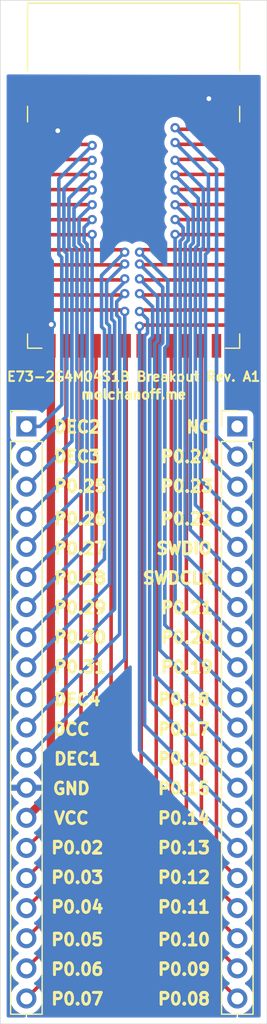
<source format=kicad_pcb>
(kicad_pcb (version 20171130) (host pcbnew "(5.1.5-0-10_14)")

  (general
    (thickness 1.6)
    (drawings 46)
    (tracks 238)
    (zones 0)
    (modules 3)
    (nets 41)
  )

  (page A4)
  (title_block
    (title "E73-2G4M04S1B Breakout")
    (date 2020-04-30)
    (rev A1)
    (company molchanoff.me)
  )

  (layers
    (0 F.Cu signal hide)
    (31 B.Cu signal hide)
    (32 B.Adhes user)
    (33 F.Adhes user)
    (34 B.Paste user)
    (35 F.Paste user)
    (36 B.SilkS user)
    (37 F.SilkS user)
    (38 B.Mask user)
    (39 F.Mask user)
    (40 Dwgs.User user)
    (41 Cmts.User user)
    (42 Eco1.User user)
    (43 Eco2.User user)
    (44 Edge.Cuts user)
    (45 Margin user)
    (46 B.CrtYd user)
    (47 F.CrtYd user)
    (48 B.Fab user)
    (49 F.Fab user)
  )

  (setup
    (last_trace_width 0.127)
    (user_trace_width 0.3)
    (user_trace_width 0.7)
    (trace_clearance 0.127)
    (zone_clearance 0.508)
    (zone_45_only no)
    (trace_min 0.127)
    (via_size 0.8)
    (via_drill 0.4)
    (via_min_size 0.45)
    (via_min_drill 0.2)
    (uvia_size 0.3)
    (uvia_drill 0.1)
    (uvias_allowed no)
    (uvia_min_size 0.2)
    (uvia_min_drill 0.1)
    (edge_width 0.05)
    (segment_width 0.2)
    (pcb_text_width 0.3)
    (pcb_text_size 1.5 1.5)
    (mod_edge_width 0.12)
    (mod_text_size 1 1)
    (mod_text_width 0.15)
    (pad_size 1.524 1.524)
    (pad_drill 0.762)
    (pad_to_mask_clearance 0.051)
    (solder_mask_min_width 0.25)
    (aux_axis_origin 0 0)
    (visible_elements FFFFFF7F)
    (pcbplotparams
      (layerselection 0x010fc_ffffffff)
      (usegerberextensions false)
      (usegerberattributes false)
      (usegerberadvancedattributes false)
      (creategerberjobfile false)
      (excludeedgelayer true)
      (linewidth 0.100000)
      (plotframeref false)
      (viasonmask false)
      (mode 1)
      (useauxorigin false)
      (hpglpennumber 1)
      (hpglpenspeed 20)
      (hpglpendiameter 15.000000)
      (psnegative false)
      (psa4output false)
      (plotreference true)
      (plotvalue true)
      (plotinvisibletext false)
      (padsonsilk false)
      (subtractmaskfromsilk false)
      (outputformat 1)
      (mirror false)
      (drillshape 1)
      (scaleselection 1)
      (outputdirectory ""))
  )

  (net 0 "")
  (net 1 P0.07)
  (net 2 P0.06)
  (net 3 P0.05)
  (net 4 P0.04)
  (net 5 P0.03)
  (net 6 P0.02)
  (net 7 VCC)
  (net 8 GND)
  (net 9 DEC1)
  (net 10 DCC)
  (net 11 DEC4)
  (net 12 P0.31)
  (net 13 P0.30)
  (net 14 P0.29)
  (net 15 P0.28)
  (net 16 P0.27)
  (net 17 P0.26)
  (net 18 P0.25)
  (net 19 DEC3)
  (net 20 DEC2)
  (net 21 "Net-(J2-Pad1)")
  (net 22 P0.24)
  (net 23 P0.23)
  (net 24 P0.22)
  (net 25 SWDIO)
  (net 26 SWDCLK)
  (net 27 P0.21)
  (net 28 P0.20)
  (net 29 P0.19)
  (net 30 P0.18)
  (net 31 P0.17)
  (net 32 P0.16)
  (net 33 P0.15)
  (net 34 P0.14)
  (net 35 P0.13)
  (net 36 P0.12)
  (net 37 P0.11)
  (net 38 P0.10)
  (net 39 P0.09)
  (net 40 P0.08)

  (net_class Default "This is the default net class."
    (clearance 0.127)
    (trace_width 0.127)
    (via_dia 0.8)
    (via_drill 0.4)
    (uvia_dia 0.3)
    (uvia_drill 0.1)
    (diff_pair_width 0.3)
    (diff_pair_gap 0.3)
    (add_net DCC)
    (add_net DEC1)
    (add_net DEC2)
    (add_net DEC3)
    (add_net DEC4)
    (add_net GND)
    (add_net "Net-(J2-Pad1)")
    (add_net P0.02)
    (add_net P0.03)
    (add_net P0.04)
    (add_net P0.05)
    (add_net P0.06)
    (add_net P0.07)
    (add_net P0.08)
    (add_net P0.09)
    (add_net P0.10)
    (add_net P0.11)
    (add_net P0.12)
    (add_net P0.13)
    (add_net P0.14)
    (add_net P0.15)
    (add_net P0.16)
    (add_net P0.17)
    (add_net P0.18)
    (add_net P0.19)
    (add_net P0.20)
    (add_net P0.21)
    (add_net P0.22)
    (add_net P0.23)
    (add_net P0.24)
    (add_net P0.25)
    (add_net P0.26)
    (add_net P0.27)
    (add_net P0.28)
    (add_net P0.29)
    (add_net P0.30)
    (add_net P0.31)
    (add_net SWDCLK)
    (add_net SWDIO)
    (add_net VCC)
  )

  (net_class Power ""
    (clearance 0.127)
    (trace_width 0.7)
    (via_dia 0.8)
    (via_drill 0.4)
    (uvia_dia 0.3)
    (uvia_drill 0.1)
    (diff_pair_width 0.3)
    (diff_pair_gap 0.3)
  )

  (module Ebyte:E73-2G4M04S1B (layer F.Cu) (tedit 5EAA3F3B) (tstamp 5EAAAA64)
    (at 152.8 73.9)
    (path /5EAA0DFE)
    (fp_text reference U1 (at 0 17) (layer F.SilkS) hide
      (effects (font (size 1 1) (thickness 0.15)))
    )
    (fp_text value E73-2G4M04S1B (at 0.1 -16.3) (layer F.Fab)
      (effects (font (size 1 1) (thickness 0.15)))
    )
    (fp_line (start 8.7 14) (end -8.8 14) (layer F.Fab) (width 0.15))
    (fp_line (start 8.7 -14.7) (end 8.7 14) (layer F.Fab) (width 0.15))
    (fp_line (start -8.8 -14.7) (end 8.7 -14.7) (layer F.Fab) (width 0.15))
    (fp_line (start -8.8 14) (end -8.8 -14.7) (layer F.Fab) (width 0.15))
    (fp_line (start -10.3 15.5) (end 10.2 15.5) (layer F.CrtYd) (width 0.12))
    (fp_line (start 10.2 -15.1) (end -10.3 -15.1) (layer F.CrtYd) (width 0.12))
    (fp_line (start -10.3 -15.1) (end -10.3 15.5) (layer F.CrtYd) (width 0.12))
    (fp_line (start 10.2 -15.1) (end 10.2 15.5) (layer F.CrtYd) (width 0.12))
    (fp_line (start -8.8 -9.2) (end 8.7 -9.2) (layer Dwgs.User) (width 0.12))
    (fp_line (start 8.7 -9.2) (end 8.7 -14.7) (layer Dwgs.User) (width 0.12))
    (fp_line (start 8.7 -14.7) (end -8.8 -14.7) (layer Dwgs.User) (width 0.12))
    (fp_line (start -8.8 -14.7) (end -8.8 -9.2) (layer Dwgs.User) (width 0.12))
    (fp_text user "KEEP OUT" (at 0.4 -13) (layer Cmts.User)
      (effects (font (size 1 1) (thickness 0.15)))
    )
    (fp_text user "No metal, traces, or components on any PCB layer" (at 0.1 -11) (layer Cmts.User)
      (effects (font (size 0.4 0.4) (thickness 0.1)))
    )
    (fp_line (start 7 -14.7) (end 8.7 -13) (layer Dwgs.User) (width 0.12))
    (fp_line (start 5.7 -14.7) (end 8.7 -11.7) (layer Dwgs.User) (width 0.12))
    (fp_line (start 4.2 -14.7) (end 8.7 -10.2) (layer Dwgs.User) (width 0.12))
    (fp_line (start 2.7 -14.7) (end 8.2 -9.2) (layer Dwgs.User) (width 0.12))
    (fp_line (start 1.2 -14.7) (end 6.7 -9.2) (layer Dwgs.User) (width 0.12))
    (fp_line (start -0.3 -14.7) (end 5.2 -9.2) (layer Dwgs.User) (width 0.12))
    (fp_line (start -1.8 -14.7) (end 3.7 -9.2) (layer Dwgs.User) (width 0.12))
    (fp_line (start -3.3 -14.7) (end 2.2 -9.2) (layer Dwgs.User) (width 0.12))
    (fp_line (start -4.8 -14.7) (end 0.7 -9.2) (layer Dwgs.User) (width 0.12))
    (fp_line (start -6.3 -14.7) (end -0.8 -9.2) (layer Dwgs.User) (width 0.12))
    (fp_line (start -7.8 -14.7) (end -2.3 -9.2) (layer Dwgs.User) (width 0.12))
    (fp_line (start -8.8 -14.2) (end -3.8 -9.2) (layer Dwgs.User) (width 0.12))
    (fp_line (start -8.8 -12.7) (end -5.3 -9.2) (layer Dwgs.User) (width 0.12))
    (fp_line (start -8.8 -11.2) (end -6.8 -9.2) (layer Dwgs.User) (width 0.12))
    (fp_line (start -8.8 -9.7) (end -8.3 -9.2) (layer Dwgs.User) (width 0.12))
    (fp_line (start -9 14.2) (end -9 13) (layer F.SilkS) (width 0.12))
    (fp_line (start -9 14.2) (end -7.8 14.2) (layer F.SilkS) (width 0.12))
    (fp_line (start 8.9 14.2) (end 8.9 13) (layer F.SilkS) (width 0.12))
    (fp_line (start 8.9 14.2) (end 7.7 14.2) (layer F.SilkS) (width 0.12))
    (fp_line (start 8.9 -6.2) (end 8.9 -4.9) (layer F.SilkS) (width 0.12))
    (fp_line (start -9 -6.2) (end -9 -4.9) (layer F.SilkS) (width 0.12))
    (fp_line (start -9 -9.2) (end -9 -14.9) (layer F.SilkS) (width 0.12))
    (fp_line (start -9 -14.9) (end 8.9 -14.9) (layer F.SilkS) (width 0.12))
    (fp_line (start 8.9 -14.9) (end 8.9 -9.2) (layer F.SilkS) (width 0.12))
    (pad 40 smd rect (at 8.7 -1.73) (size 2 0.8) (layers F.Cu F.Paste F.Mask)
      (net 24 P0.22))
    (pad 39 smd rect (at 8.7 -0.46) (size 2 0.8) (layers F.Cu F.Paste F.Mask)
      (net 25 SWDIO))
    (pad 41 smd rect (at 8.7 -3) (size 2 0.8) (layers F.Cu F.Paste F.Mask)
      (net 23 P0.23))
    (pad 42 smd rect (at 8.7 -4.27) (size 2 0.8) (layers F.Cu F.Paste F.Mask)
      (net 22 P0.24))
    (pad 43 smd rect (at 8.7 -6.81) (size 2 0.8) (layers F.Cu F.Paste F.Mask)
      (net 8 GND))
    (pad 44 smd rect (at 8.7 -8.07) (size 2 0.8) (layers F.Cu F.Paste F.Mask)
      (net 8 GND))
    (pad 32 smd rect (at 8.7 8.44) (size 2 0.8) (layers F.Cu F.Paste F.Mask)
      (net 32 P0.16))
    (pad 31 smd rect (at 8.7 9.71) (size 2 0.8) (layers F.Cu F.Paste F.Mask)
      (net 33 P0.15))
    (pad 30 smd rect (at 8.7 10.98) (size 2 0.8) (layers F.Cu F.Paste F.Mask)
      (net 34 P0.14))
    (pad 29 smd rect (at 8.7 12.25) (size 2 0.8) (layers F.Cu F.Paste F.Mask)
      (net 35 P0.13))
    (pad 28 smd rect (at 6.94 14 90) (size 2 0.8) (layers F.Cu F.Paste F.Mask)
      (net 36 P0.12))
    (pad 27 smd rect (at 5.67 14 90) (size 2 0.8) (layers F.Cu F.Paste F.Mask)
      (net 37 P0.11))
    (pad 26 smd rect (at 4.4 14 90) (size 2 0.8) (layers F.Cu F.Paste F.Mask)
      (net 38 P0.10))
    (pad 25 smd rect (at 3.13 14 90) (size 2 0.8) (layers F.Cu F.Paste F.Mask)
      (net 39 P0.09))
    (pad 24 smd rect (at 1.86 14 90) (size 2 0.8) (layers F.Cu F.Paste F.Mask)
      (net 40 P0.08))
    (pad 23 smd rect (at 0.59 14 90) (size 2 0.8) (layers F.Cu F.Paste F.Mask)
      (net 1 P0.07))
    (pad 22 smd rect (at -0.68 14 90) (size 2 0.8) (layers F.Cu F.Paste F.Mask)
      (net 2 P0.06))
    (pad 21 smd rect (at -1.95 14 90) (size 2 0.8) (layers F.Cu F.Paste F.Mask)
      (net 3 P0.05))
    (pad 20 smd rect (at -3.22 14 90) (size 2 0.8) (layers F.Cu F.Paste F.Mask)
      (net 4 P0.04))
    (pad 19 smd rect (at -4.49 14 90) (size 2 0.8) (layers F.Cu F.Paste F.Mask)
      (net 5 P0.03))
    (pad 18 smd rect (at -5.76 14 90) (size 2 0.8) (layers F.Cu F.Paste F.Mask)
      (net 6 P0.02))
    (pad 17 smd rect (at -7.03 14 90) (size 2 0.8) (layers F.Cu F.Paste F.Mask)
      (net 7 VCC))
    (pad 16 smd rect (at -8.8 12.25) (size 2 0.8) (layers F.Cu F.Paste F.Mask)
      (net 8 GND))
    (pad 15 smd rect (at -8.8 10.98) (size 2 0.8) (layers F.Cu F.Paste F.Mask)
      (net 9 DEC1))
    (pad 14 smd rect (at -8.8 9.71) (size 2 0.8) (layers F.Cu F.Paste F.Mask)
      (net 10 DCC))
    (pad 13 smd rect (at -8.8 8.44) (size 2 0.8) (layers F.Cu F.Paste F.Mask)
      (net 11 DEC4))
    (pad 12 smd rect (at -8.8 7.17) (size 2 0.8) (layers F.Cu F.Paste F.Mask)
      (net 12 P0.31))
    (pad 11 smd rect (at -8.8 5.9) (size 2 0.8) (layers F.Cu F.Paste F.Mask)
      (net 13 P0.30))
    (pad 10 smd rect (at -8.8 4.63) (size 2 0.8) (layers F.Cu F.Paste F.Mask)
      (net 14 P0.29))
    (pad 8 smd rect (at -8.8 2.09) (size 2 0.8) (layers F.Cu F.Paste F.Mask)
      (net 16 P0.27))
    (pad 9 smd rect (at -8.8 3.36) (size 2 0.8) (layers F.Cu F.Paste F.Mask)
      (net 15 P0.28))
    (pad 7 smd rect (at -8.8 0.82) (size 2 0.8) (layers F.Cu F.Paste F.Mask)
      (net 17 P0.26))
    (pad 6 smd rect (at -8.8 -0.45) (size 2 0.8) (layers F.Cu F.Paste F.Mask)
      (net 18 P0.25))
    (pad 5 smd rect (at -8.8 -1.72) (size 2 0.8) (layers F.Cu F.Paste F.Mask)
      (net 19 DEC3))
    (pad 4 smd rect (at -8.8 -2.99) (size 2 0.8) (layers F.Cu F.Paste F.Mask)
      (net 20 DEC2))
    (pad 3 smd rect (at -8.8 -4.26) (size 2 0.8) (layers F.Cu F.Paste F.Mask)
      (net 8 GND))
    (pad 2 smd rect (at -8.8 -6.8) (size 2 0.8) (layers F.Cu F.Paste F.Mask)
      (net 8 GND))
    (pad 1 smd rect (at -8.8 -8.07) (size 2 0.8) (layers F.Cu F.Paste F.Mask)
      (net 8 GND))
    (pad 36 smd rect (at 8.7 3.35) (size 2 0.8) (layers F.Cu F.Paste F.Mask)
      (net 28 P0.20))
    (pad 35 smd rect (at 8.7 4.62) (size 2 0.8) (layers F.Cu F.Paste F.Mask)
      (net 29 P0.19))
    (pad 37 smd rect (at 8.7 2.08) (size 2 0.8) (layers F.Cu F.Paste F.Mask)
      (net 27 P0.21))
    (pad 38 smd rect (at 8.7 0.81) (size 2 0.8) (layers F.Cu F.Paste F.Mask)
      (net 26 SWDCLK))
    (pad 34 smd rect (at 8.7 5.89) (size 2 0.8) (layers F.Cu F.Paste F.Mask)
      (net 30 P0.18))
    (pad 33 smd rect (at 8.7 7.16) (size 2 0.8) (layers F.Cu F.Paste F.Mask)
      (net 31 P0.17))
  )

  (module Connector_PinHeader_2.54mm:PinHeader_1x20_P2.54mm_Vertical (layer F.Cu) (tedit 59FED5CC) (tstamp 5EAA958B)
    (at 143.7 94.7)
    (descr "Through hole straight pin header, 1x20, 2.54mm pitch, single row")
    (tags "Through hole pin header THT 1x20 2.54mm single row")
    (path /5EAB0FB5)
    (fp_text reference J1 (at 0 -2.33) (layer F.SilkS) hide
      (effects (font (size 1 1) (thickness 0.15)))
    )
    (fp_text value Conn_01x20_Male (at 0 51.5) (layer F.Fab)
      (effects (font (size 1 1) (thickness 0.15)))
    )
    (fp_text user %R (at 0 24.13 90) (layer F.Fab)
      (effects (font (size 1 1) (thickness 0.15)))
    )
    (fp_line (start 1.8 -1.8) (end -1.8 -1.8) (layer F.CrtYd) (width 0.05))
    (fp_line (start 1.8 50.05) (end 1.8 -1.8) (layer F.CrtYd) (width 0.05))
    (fp_line (start -1.8 50.05) (end 1.8 50.05) (layer F.CrtYd) (width 0.05))
    (fp_line (start -1.8 -1.8) (end -1.8 50.05) (layer F.CrtYd) (width 0.05))
    (fp_line (start -1.33 -1.33) (end 0 -1.33) (layer F.SilkS) (width 0.12))
    (fp_line (start -1.33 0) (end -1.33 -1.33) (layer F.SilkS) (width 0.12))
    (fp_line (start -1.33 1.27) (end 1.33 1.27) (layer F.SilkS) (width 0.12))
    (fp_line (start 1.33 1.27) (end 1.33 49.59) (layer F.SilkS) (width 0.12))
    (fp_line (start -1.33 1.27) (end -1.33 49.59) (layer F.SilkS) (width 0.12))
    (fp_line (start -1.33 49.59) (end 1.33 49.59) (layer F.SilkS) (width 0.12))
    (fp_line (start -1.27 -0.635) (end -0.635 -1.27) (layer F.Fab) (width 0.1))
    (fp_line (start -1.27 49.53) (end -1.27 -0.635) (layer F.Fab) (width 0.1))
    (fp_line (start 1.27 49.53) (end -1.27 49.53) (layer F.Fab) (width 0.1))
    (fp_line (start 1.27 -1.27) (end 1.27 49.53) (layer F.Fab) (width 0.1))
    (fp_line (start -0.635 -1.27) (end 1.27 -1.27) (layer F.Fab) (width 0.1))
    (pad 20 thru_hole oval (at 0 48.26) (size 1.7 1.7) (drill 1) (layers *.Cu *.Mask)
      (net 1 P0.07))
    (pad 19 thru_hole oval (at 0 45.72) (size 1.7 1.7) (drill 1) (layers *.Cu *.Mask)
      (net 2 P0.06))
    (pad 18 thru_hole oval (at 0 43.18) (size 1.7 1.7) (drill 1) (layers *.Cu *.Mask)
      (net 3 P0.05))
    (pad 17 thru_hole oval (at 0 40.64) (size 1.7 1.7) (drill 1) (layers *.Cu *.Mask)
      (net 4 P0.04))
    (pad 16 thru_hole oval (at 0 38.1) (size 1.7 1.7) (drill 1) (layers *.Cu *.Mask)
      (net 5 P0.03))
    (pad 15 thru_hole oval (at 0 35.56) (size 1.7 1.7) (drill 1) (layers *.Cu *.Mask)
      (net 6 P0.02))
    (pad 14 thru_hole oval (at 0 33.02) (size 1.7 1.7) (drill 1) (layers *.Cu *.Mask)
      (net 7 VCC))
    (pad 13 thru_hole oval (at 0 30.48) (size 1.7 1.7) (drill 1) (layers *.Cu *.Mask)
      (net 8 GND))
    (pad 12 thru_hole oval (at 0 27.94) (size 1.7 1.7) (drill 1) (layers *.Cu *.Mask)
      (net 9 DEC1))
    (pad 11 thru_hole oval (at 0 25.4) (size 1.7 1.7) (drill 1) (layers *.Cu *.Mask)
      (net 10 DCC))
    (pad 10 thru_hole oval (at 0 22.86) (size 1.7 1.7) (drill 1) (layers *.Cu *.Mask)
      (net 11 DEC4))
    (pad 9 thru_hole oval (at 0 20.32) (size 1.7 1.7) (drill 1) (layers *.Cu *.Mask)
      (net 12 P0.31))
    (pad 8 thru_hole oval (at 0 17.78) (size 1.7 1.7) (drill 1) (layers *.Cu *.Mask)
      (net 13 P0.30))
    (pad 7 thru_hole oval (at 0 15.24) (size 1.7 1.7) (drill 1) (layers *.Cu *.Mask)
      (net 14 P0.29))
    (pad 6 thru_hole oval (at 0 12.7) (size 1.7 1.7) (drill 1) (layers *.Cu *.Mask)
      (net 15 P0.28))
    (pad 5 thru_hole oval (at 0 10.16) (size 1.7 1.7) (drill 1) (layers *.Cu *.Mask)
      (net 16 P0.27))
    (pad 4 thru_hole oval (at 0 7.62) (size 1.7 1.7) (drill 1) (layers *.Cu *.Mask)
      (net 17 P0.26))
    (pad 3 thru_hole oval (at 0 5.08) (size 1.7 1.7) (drill 1) (layers *.Cu *.Mask)
      (net 18 P0.25))
    (pad 2 thru_hole oval (at 0 2.54) (size 1.7 1.7) (drill 1) (layers *.Cu *.Mask)
      (net 19 DEC3))
    (pad 1 thru_hole rect (at 0 0) (size 1.7 1.7) (drill 1) (layers *.Cu *.Mask)
      (net 20 DEC2))
    (model ${KISYS3DMOD}/Connector_PinHeader_2.54mm.3dshapes/PinHeader_1x20_P2.54mm_Vertical.wrl
      (at (xyz 0 0 0))
      (scale (xyz 1 1 1))
      (rotate (xyz 0 0 0))
    )
  )

  (module Connector_PinHeader_2.54mm:PinHeader_1x20_P2.54mm_Vertical (layer F.Cu) (tedit 59FED5CC) (tstamp 5EAAABDC)
    (at 161.5 94.7)
    (descr "Through hole straight pin header, 1x20, 2.54mm pitch, single row")
    (tags "Through hole pin header THT 1x20 2.54mm single row")
    (path /5EAAE8DB)
    (fp_text reference J2 (at 0 -2.33) (layer F.SilkS) hide
      (effects (font (size 1 1) (thickness 0.15)))
    )
    (fp_text value Conn_01x20_Male (at 0 51.5) (layer F.Fab)
      (effects (font (size 1 1) (thickness 0.15)))
    )
    (fp_line (start -0.635 -1.27) (end 1.27 -1.27) (layer F.Fab) (width 0.1))
    (fp_line (start 1.27 -1.27) (end 1.27 49.53) (layer F.Fab) (width 0.1))
    (fp_line (start 1.27 49.53) (end -1.27 49.53) (layer F.Fab) (width 0.1))
    (fp_line (start -1.27 49.53) (end -1.27 -0.635) (layer F.Fab) (width 0.1))
    (fp_line (start -1.27 -0.635) (end -0.635 -1.27) (layer F.Fab) (width 0.1))
    (fp_line (start -1.33 49.59) (end 1.33 49.59) (layer F.SilkS) (width 0.12))
    (fp_line (start -1.33 1.27) (end -1.33 49.59) (layer F.SilkS) (width 0.12))
    (fp_line (start 1.33 1.27) (end 1.33 49.59) (layer F.SilkS) (width 0.12))
    (fp_line (start -1.33 1.27) (end 1.33 1.27) (layer F.SilkS) (width 0.12))
    (fp_line (start -1.33 0) (end -1.33 -1.33) (layer F.SilkS) (width 0.12))
    (fp_line (start -1.33 -1.33) (end 0 -1.33) (layer F.SilkS) (width 0.12))
    (fp_line (start -1.8 -1.8) (end -1.8 50.05) (layer F.CrtYd) (width 0.05))
    (fp_line (start -1.8 50.05) (end 1.8 50.05) (layer F.CrtYd) (width 0.05))
    (fp_line (start 1.8 50.05) (end 1.8 -1.8) (layer F.CrtYd) (width 0.05))
    (fp_line (start 1.8 -1.8) (end -1.8 -1.8) (layer F.CrtYd) (width 0.05))
    (fp_text user %R (at 0 24.13 90) (layer F.Fab)
      (effects (font (size 1 1) (thickness 0.15)))
    )
    (pad 1 thru_hole rect (at 0 0) (size 1.7 1.7) (drill 1) (layers *.Cu *.Mask)
      (net 21 "Net-(J2-Pad1)"))
    (pad 2 thru_hole oval (at 0 2.54) (size 1.7 1.7) (drill 1) (layers *.Cu *.Mask)
      (net 22 P0.24))
    (pad 3 thru_hole oval (at 0 5.08) (size 1.7 1.7) (drill 1) (layers *.Cu *.Mask)
      (net 23 P0.23))
    (pad 4 thru_hole oval (at 0 7.62) (size 1.7 1.7) (drill 1) (layers *.Cu *.Mask)
      (net 24 P0.22))
    (pad 5 thru_hole oval (at 0 10.16) (size 1.7 1.7) (drill 1) (layers *.Cu *.Mask)
      (net 25 SWDIO))
    (pad 6 thru_hole oval (at 0 12.7) (size 1.7 1.7) (drill 1) (layers *.Cu *.Mask)
      (net 26 SWDCLK))
    (pad 7 thru_hole oval (at 0 15.24) (size 1.7 1.7) (drill 1) (layers *.Cu *.Mask)
      (net 27 P0.21))
    (pad 8 thru_hole oval (at 0 17.78) (size 1.7 1.7) (drill 1) (layers *.Cu *.Mask)
      (net 28 P0.20))
    (pad 9 thru_hole oval (at 0 20.32) (size 1.7 1.7) (drill 1) (layers *.Cu *.Mask)
      (net 29 P0.19))
    (pad 10 thru_hole oval (at 0 22.86) (size 1.7 1.7) (drill 1) (layers *.Cu *.Mask)
      (net 30 P0.18))
    (pad 11 thru_hole oval (at 0 25.4) (size 1.7 1.7) (drill 1) (layers *.Cu *.Mask)
      (net 31 P0.17))
    (pad 12 thru_hole oval (at 0 27.94) (size 1.7 1.7) (drill 1) (layers *.Cu *.Mask)
      (net 32 P0.16))
    (pad 13 thru_hole oval (at 0 30.48) (size 1.7 1.7) (drill 1) (layers *.Cu *.Mask)
      (net 33 P0.15))
    (pad 14 thru_hole oval (at 0 33.02) (size 1.7 1.7) (drill 1) (layers *.Cu *.Mask)
      (net 34 P0.14))
    (pad 15 thru_hole oval (at 0 35.56) (size 1.7 1.7) (drill 1) (layers *.Cu *.Mask)
      (net 35 P0.13))
    (pad 16 thru_hole oval (at 0 38.1) (size 1.7 1.7) (drill 1) (layers *.Cu *.Mask)
      (net 36 P0.12))
    (pad 17 thru_hole oval (at 0 40.64) (size 1.7 1.7) (drill 1) (layers *.Cu *.Mask)
      (net 37 P0.11))
    (pad 18 thru_hole oval (at 0 43.18) (size 1.7 1.7) (drill 1) (layers *.Cu *.Mask)
      (net 38 P0.10))
    (pad 19 thru_hole oval (at 0 45.72) (size 1.7 1.7) (drill 1) (layers *.Cu *.Mask)
      (net 39 P0.09))
    (pad 20 thru_hole oval (at 0 48.26) (size 1.7 1.7) (drill 1) (layers *.Cu *.Mask)
      (net 40 P0.08))
    (model ${KISYS3DMOD}/Connector_PinHeader_2.54mm.3dshapes/PinHeader_1x20_P2.54mm_Vertical.wrl
      (at (xyz 0 0 0))
      (scale (xyz 1 1 1))
      (rotate (xyz 0 0 0))
    )
  )

  (gr_text molchanoff.me (at 152.75 92) (layer F.SilkS) (tstamp 5EAACAE2)
    (effects (font (size 0.8 0.8) (thickness 0.2)))
  )
  (gr_text "E73-2G4M04S1B Breakout Rev. A1" (at 152.75 90.5) (layer F.SilkS)
    (effects (font (size 0.8 0.8) (thickness 0.175)))
  )
  (gr_text P0.24 (at 157.25 97.25) (layer F.SilkS) (tstamp 5EAAC9DD)
    (effects (font (size 1 1) (thickness 0.25)))
  )
  (gr_text P0.17 (at 157 120.25) (layer F.SilkS) (tstamp 5EAAC9DC)
    (effects (font (size 1 1) (thickness 0.25)))
  )
  (gr_text P0.10 (at 157 138) (layer F.SilkS) (tstamp 5EAAC9DB)
    (effects (font (size 1 1) (thickness 0.25)))
  )
  (gr_text P0.12 (at 157 132.75) (layer F.SilkS) (tstamp 5EAAC9DA)
    (effects (font (size 1 1) (thickness 0.25)))
  )
  (gr_text P0.23 (at 157.25 99.75) (layer F.SilkS) (tstamp 5EAAC9D9)
    (effects (font (size 1 1) (thickness 0.25)))
  )
  (gr_text P0.08 (at 157 143) (layer F.SilkS) (tstamp 5EAAC9D8)
    (effects (font (size 1 1) (thickness 0.25)))
  )
  (gr_text P0.11 (at 157 135.25) (layer F.SilkS) (tstamp 5EAAC9D7)
    (effects (font (size 1 1) (thickness 0.25)))
  )
  (gr_text NC (at 158.25 94.75) (layer F.SilkS) (tstamp 5EAAC9D6)
    (effects (font (size 1 1) (thickness 0.25)))
  )
  (gr_text P0.09 (at 157 140.5) (layer F.SilkS) (tstamp 5EAAC9D5)
    (effects (font (size 1 1) (thickness 0.25)))
  )
  (gr_text P0.15 (at 157 125.25) (layer F.SilkS) (tstamp 5EAAC9D4)
    (effects (font (size 1 1) (thickness 0.25)))
  )
  (gr_text SWDCLK (at 156.5 107.5) (layer F.SilkS) (tstamp 5EAAC9D3)
    (effects (font (size 1 1) (thickness 0.25)))
  )
  (gr_text P0.16 (at 157 122.75) (layer F.SilkS) (tstamp 5EAAC9D2)
    (effects (font (size 1 1) (thickness 0.25)))
  )
  (gr_text P0.18 (at 157 117.75) (layer F.SilkS) (tstamp 5EAAC9D1)
    (effects (font (size 1 1) (thickness 0.25)))
  )
  (gr_text P0.22 (at 157.25 102.5) (layer F.SilkS) (tstamp 5EAAC9D0)
    (effects (font (size 1 1) (thickness 0.25)))
  )
  (gr_text SWDIO (at 157 105) (layer F.SilkS) (tstamp 5EAAC9CF)
    (effects (font (size 1 1) (thickness 0.25)))
  )
  (gr_text P0.14 (at 157 127.75) (layer F.SilkS) (tstamp 5EAAC9CE)
    (effects (font (size 1 1) (thickness 0.25)))
  )
  (gr_text P0.13 (at 157 130.25) (layer F.SilkS) (tstamp 5EAAC9CD)
    (effects (font (size 1 1) (thickness 0.25)))
  )
  (gr_text P0.19 (at 157.25 115) (layer F.SilkS) (tstamp 5EAAC9CC)
    (effects (font (size 1 1) (thickness 0.25)))
  )
  (gr_text P0.20 (at 157.25 112.5) (layer F.SilkS) (tstamp 5EAAC9CB)
    (effects (font (size 1 1) (thickness 0.25)))
  )
  (gr_text P0.21 (at 157.25 110) (layer F.SilkS) (tstamp 5EAAC9CA)
    (effects (font (size 1 1) (thickness 0.25)))
  )
  (gr_text P0.07 (at 148 143) (layer F.SilkS) (tstamp 5EAAC92A)
    (effects (font (size 1 1) (thickness 0.25)))
  )
  (gr_text P0.06 (at 148 140.5) (layer F.SilkS) (tstamp 5EAAC926)
    (effects (font (size 1 1) (thickness 0.25)))
  )
  (gr_text P0.05 (at 148 138) (layer F.SilkS) (tstamp 5EAAC922)
    (effects (font (size 1 1) (thickness 0.25)))
  )
  (gr_text P0.04 (at 148 135.25) (layer F.SilkS) (tstamp 5EAAC91E)
    (effects (font (size 1 1) (thickness 0.25)))
  )
  (gr_text P0.03 (at 148 132.75) (layer F.SilkS) (tstamp 5EAAC91A)
    (effects (font (size 1 1) (thickness 0.25)))
  )
  (gr_text P0.02 (at 148 130.25) (layer F.SilkS) (tstamp 5EAAC916)
    (effects (font (size 1 1) (thickness 0.25)))
  )
  (gr_text VCC (at 147.5 127.75) (layer F.SilkS) (tstamp 5EAAC90F)
    (effects (font (size 1 1) (thickness 0.25)))
  )
  (gr_text GND (at 147.5 125.25) (layer F.SilkS) (tstamp 5EAAC90B)
    (effects (font (size 1 1) (thickness 0.25)))
  )
  (gr_text DEC1 (at 148 122.75) (layer F.SilkS) (tstamp 5EAAC902)
    (effects (font (size 1 1) (thickness 0.25)))
  )
  (gr_text DCC (at 147.5 120.25) (layer F.SilkS) (tstamp 5EAAC8FD)
    (effects (font (size 1 1) (thickness 0.25)))
  )
  (gr_text DEC4 (at 148 117.75) (layer F.SilkS) (tstamp 5EAAC8F8)
    (effects (font (size 1 1) (thickness 0.25)))
  )
  (gr_text P0.31 (at 148.25 115) (layer F.SilkS) (tstamp 5EAAC8F4)
    (effects (font (size 1 1) (thickness 0.25)))
  )
  (gr_text P0.30 (at 148.25 112.5) (layer F.SilkS) (tstamp 5EAAC8EE)
    (effects (font (size 1 1) (thickness 0.25)))
  )
  (gr_text P0.29 (at 148.25 110) (layer F.SilkS) (tstamp 5EAAC8EA)
    (effects (font (size 1 1) (thickness 0.25)))
  )
  (gr_text P0.28 (at 148.25 107.5) (layer F.SilkS) (tstamp 5EAAC8E4)
    (effects (font (size 1 1) (thickness 0.25)))
  )
  (gr_text P0.27 (at 148.25 105) (layer F.SilkS) (tstamp 5EAAC8DE)
    (effects (font (size 1 1) (thickness 0.25)))
  )
  (gr_text DEC2 (at 148 94.75) (layer F.SilkS) (tstamp 5EAAC8D8)
    (effects (font (size 1 1) (thickness 0.25)))
  )
  (gr_text DEC3 (at 148 97.25) (layer F.SilkS) (tstamp 5EAAC8CF)
    (effects (font (size 1 1) (thickness 0.25)))
  )
  (gr_text P0.26 (at 148.25 102.5) (layer F.SilkS) (tstamp 5EAAC6F5)
    (effects (font (size 1 1) (thickness 0.25)))
  )
  (gr_text P0.25 (at 148.25 99.75) (layer F.SilkS) (tstamp 5EAAC6F0)
    (effects (font (size 1 1) (thickness 0.25)))
  )
  (gr_line (start 141.5 58.75) (end 141.5 145.1) (layer Edge.Cuts) (width 0.05) (tstamp 5EAAA9B8))
  (gr_line (start 164 58.75) (end 141.5 58.75) (layer Edge.Cuts) (width 0.05))
  (gr_line (start 164 145.1) (end 164 58.75) (layer Edge.Cuts) (width 0.05))
  (gr_line (start 141.5 145.1) (end 164 145.1) (layer Edge.Cuts) (width 0.05))

  (segment (start 153.39 133.27) (end 143.7 142.96) (width 0.3) (layer F.Cu) (net 1))
  (segment (start 153.39 87.9) (end 153.39 133.27) (width 0.3) (layer F.Cu) (net 1))
  (segment (start 152.12 132) (end 143.7 140.42) (width 0.3) (layer F.Cu) (net 2))
  (segment (start 152.12 87.9) (end 152.12 132) (width 0.3) (layer F.Cu) (net 2))
  (segment (start 150.85 130.73) (end 143.7 137.88) (width 0.3) (layer F.Cu) (net 3))
  (segment (start 150.85 87.9) (end 150.85 130.73) (width 0.3) (layer F.Cu) (net 3))
  (segment (start 149.58 129.46) (end 143.7 135.34) (width 0.3) (layer F.Cu) (net 4))
  (segment (start 149.58 87.9) (end 149.58 129.46) (width 0.3) (layer F.Cu) (net 4))
  (segment (start 148.31 128.19) (end 143.7 132.8) (width 0.3) (layer F.Cu) (net 5))
  (segment (start 148.31 87.9) (end 148.31 128.19) (width 0.3) (layer F.Cu) (net 5))
  (segment (start 147.04 126.92) (end 143.7 130.26) (width 0.3) (layer F.Cu) (net 6))
  (segment (start 147.04 87.9) (end 147.04 126.92) (width 0.3) (layer F.Cu) (net 6))
  (segment (start 145.77 125.65) (end 143.7 127.72) (width 0.7) (layer F.Cu) (net 7))
  (segment (start 145.77 87.9) (end 145.77 125.65) (width 0.7) (layer F.Cu) (net 7))
  (segment (start 144 69.113) (end 144 67.1) (width 0.127) (layer F.Cu) (net 8))
  (segment (start 144 69.64) (end 144 69.113) (width 0.127) (layer F.Cu) (net 8))
  (segment (start 144 66.573) (end 144 65.83) (width 0.127) (layer F.Cu) (net 8))
  (segment (start 144 67.1) (end 144 66.573) (width 0.127) (layer F.Cu) (net 8))
  (via (at 146.35 69.75) (size 0.8) (drill 0.4) (layers F.Cu B.Cu) (net 8))
  (segment (start 146.24 69.64) (end 146.35 69.75) (width 0.127) (layer F.Cu) (net 8))
  (segment (start 144 69.64) (end 146.24 69.64) (width 0.127) (layer F.Cu) (net 8))
  (segment (start 161.5 65.83) (end 161.5 67.09) (width 0.127) (layer F.Cu) (net 8))
  (via (at 159.1 67.05) (size 0.8) (drill 0.4) (layers F.Cu B.Cu) (net 8))
  (segment (start 159.14 67.09) (end 159.1 67.05) (width 0.127) (layer F.Cu) (net 8))
  (segment (start 161.5 67.09) (end 159.14 67.09) (width 0.127) (layer F.Cu) (net 8))
  (via (at 145.8 86.1) (size 0.8) (drill 0.4) (layers F.Cu B.Cu) (net 8))
  (segment (start 145.75 86.15) (end 145.8 86.1) (width 0.127) (layer F.Cu) (net 8))
  (segment (start 144 86.15) (end 145.75 86.15) (width 0.127) (layer F.Cu) (net 8))
  (via (at 152 85) (size 0.8) (drill 0.4) (layers F.Cu B.Cu) (net 9))
  (segment (start 151.88 84.88) (end 152 85) (width 0.3) (layer F.Cu) (net 9))
  (segment (start 144 84.88) (end 151.88 84.88) (width 0.3) (layer F.Cu) (net 9))
  (segment (start 152 114.34) (end 143.7 122.64) (width 0.3) (layer B.Cu) (net 9))
  (segment (start 152 85) (end 152 114.34) (width 0.3) (layer B.Cu) (net 9))
  (segment (start 151.89 83.61) (end 152 83.5) (width 0.3) (layer F.Cu) (net 10))
  (via (at 152 83.5) (size 0.8) (drill 0.4) (layers F.Cu B.Cu) (net 10))
  (segment (start 144 83.61) (end 151.89 83.61) (width 0.3) (layer F.Cu) (net 10))
  (segment (start 151.322999 85.322999) (end 151.57299 85.57299) (width 0.3) (layer B.Cu) (net 10))
  (segment (start 151.322999 84.177001) (end 151.322999 85.322999) (width 0.3) (layer B.Cu) (net 10))
  (segment (start 152 83.5) (end 151.322999 84.177001) (width 0.3) (layer B.Cu) (net 10))
  (segment (start 151.57299 112.22701) (end 143.7 120.1) (width 0.3) (layer B.Cu) (net 10))
  (segment (start 151.57299 85.57299) (end 151.57299 112.22701) (width 0.3) (layer B.Cu) (net 10))
  (via (at 152 82.25) (size 0.8) (drill 0.4) (layers F.Cu B.Cu) (net 11))
  (segment (start 151.91 82.34) (end 152 82.25) (width 0.3) (layer F.Cu) (net 11))
  (segment (start 144 82.34) (end 151.91 82.34) (width 0.3) (layer F.Cu) (net 11))
  (segment (start 150.895989 85.645989) (end 151.14598 85.89598) (width 0.3) (layer B.Cu) (net 11))
  (segment (start 150.895989 83.602049) (end 150.895989 85.645989) (width 0.3) (layer B.Cu) (net 11))
  (segment (start 152 82.498038) (end 150.895989 83.602049) (width 0.3) (layer B.Cu) (net 11))
  (segment (start 152 82.25) (end 152 82.498038) (width 0.3) (layer B.Cu) (net 11))
  (segment (start 151.14598 110.11402) (end 143.7 117.56) (width 0.3) (layer B.Cu) (net 11))
  (segment (start 151.14598 85.89598) (end 151.14598 110.11402) (width 0.3) (layer B.Cu) (net 11))
  (via (at 152 81) (size 0.8) (drill 0.4) (layers F.Cu B.Cu) (net 12))
  (segment (start 151.93 81.07) (end 152 81) (width 0.3) (layer F.Cu) (net 12))
  (segment (start 144 81.07) (end 151.93 81.07) (width 0.3) (layer F.Cu) (net 12))
  (segment (start 150.468979 85.968979) (end 150.71897 86.21897) (width 0.3) (layer B.Cu) (net 12))
  (segment (start 150.468979 82.531021) (end 150.468979 85.968979) (width 0.3) (layer B.Cu) (net 12))
  (segment (start 152 81) (end 150.468979 82.531021) (width 0.3) (layer B.Cu) (net 12))
  (segment (start 150.71897 108.00103) (end 143.7 115.02) (width 0.3) (layer B.Cu) (net 12))
  (segment (start 150.71897 86.21897) (end 150.71897 108.00103) (width 0.3) (layer B.Cu) (net 12))
  (via (at 152 80) (size 0.8) (drill 0.4) (layers F.Cu B.Cu) (net 13))
  (segment (start 151.8 79.8) (end 152 80) (width 0.3) (layer F.Cu) (net 13))
  (segment (start 144 79.8) (end 151.8 79.8) (width 0.3) (layer F.Cu) (net 13))
  (segment (start 150.041969 86.291969) (end 150.29196 86.54196) (width 0.3) (layer B.Cu) (net 13))
  (segment (start 150.041969 81.958031) (end 150.041969 86.291969) (width 0.3) (layer B.Cu) (net 13))
  (segment (start 152 80) (end 150.041969 81.958031) (width 0.3) (layer B.Cu) (net 13))
  (segment (start 150.29196 105.88804) (end 144.68 111.5) (width 0.3) (layer B.Cu) (net 13))
  (segment (start 150.29196 86.54196) (end 150.29196 105.88804) (width 0.3) (layer B.Cu) (net 13))
  (segment (start 144.68 111.5) (end 143.7 112.48) (width 0.3) (layer B.Cu) (net 13))
  (via (at 149.25 78.5) (size 0.8) (drill 0.4) (layers F.Cu B.Cu) (net 14))
  (segment (start 149.22 78.53) (end 149.25 78.5) (width 0.3) (layer F.Cu) (net 14))
  (segment (start 144 78.53) (end 149.22 78.53) (width 0.3) (layer F.Cu) (net 14))
  (segment (start 149.25 104.39) (end 143.7 109.94) (width 0.3) (layer B.Cu) (net 14))
  (segment (start 149.25 78.5) (end 149.25 104.39) (width 0.3) (layer B.Cu) (net 14))
  (segment (start 149.24 77.26) (end 149.25 77.25) (width 0.3) (layer F.Cu) (net 15))
  (via (at 149.25 77.25) (size 0.8) (drill 0.4) (layers F.Cu B.Cu) (net 15))
  (segment (start 144 77.26) (end 149.24 77.26) (width 0.3) (layer F.Cu) (net 15))
  (segment (start 148.572999 79.072999) (end 148.82299 79.32299) (width 0.3) (layer B.Cu) (net 15))
  (segment (start 148.572999 77.927001) (end 148.572999 79.072999) (width 0.3) (layer B.Cu) (net 15))
  (segment (start 149.25 77.25) (end 148.572999 77.927001) (width 0.3) (layer B.Cu) (net 15))
  (segment (start 148.82299 102.27701) (end 143.7 107.4) (width 0.3) (layer B.Cu) (net 15))
  (segment (start 148.82299 79.32299) (end 148.82299 102.27701) (width 0.3) (layer B.Cu) (net 15))
  (via (at 149.25 76) (size 0.8) (drill 0.4) (layers F.Cu B.Cu) (net 16))
  (segment (start 149.24 75.99) (end 149.25 76) (width 0.3) (layer F.Cu) (net 16))
  (segment (start 144 75.99) (end 149.24 75.99) (width 0.3) (layer F.Cu) (net 16))
  (segment (start 148.145989 77.104011) (end 148.145989 79.249872) (width 0.3) (layer B.Cu) (net 16))
  (segment (start 148.145989 79.249872) (end 148.39598 79.499863) (width 0.3) (layer B.Cu) (net 16))
  (segment (start 149.25 76) (end 148.145989 77.104011) (width 0.3) (layer B.Cu) (net 16))
  (segment (start 148.39598 100.16402) (end 143.7 104.86) (width 0.3) (layer B.Cu) (net 16))
  (segment (start 148.39598 79.499863) (end 148.39598 100.16402) (width 0.3) (layer B.Cu) (net 16))
  (via (at 149.25 74.75) (size 0.8) (drill 0.4) (layers F.Cu B.Cu) (net 17))
  (segment (start 149.22 74.72) (end 149.25 74.75) (width 0.3) (layer F.Cu) (net 17))
  (segment (start 144 74.72) (end 149.22 74.72) (width 0.3) (layer F.Cu) (net 17))
  (segment (start 147.718979 79.468979) (end 147.96897 79.71897) (width 0.3) (layer B.Cu) (net 17))
  (segment (start 147.718979 76.281021) (end 147.718979 79.468979) (width 0.3) (layer B.Cu) (net 17))
  (segment (start 149.25 74.75) (end 147.718979 76.281021) (width 0.3) (layer B.Cu) (net 17))
  (segment (start 147.96897 98.05103) (end 143.7 102.32) (width 0.3) (layer B.Cu) (net 17))
  (segment (start 147.96897 79.71897) (end 147.96897 98.05103) (width 0.3) (layer B.Cu) (net 17))
  (via (at 149.25 73.5) (size 0.8) (drill 0.4) (layers F.Cu B.Cu) (net 18))
  (segment (start 149.2 73.45) (end 149.25 73.5) (width 0.3) (layer F.Cu) (net 18))
  (segment (start 144 73.45) (end 149.2 73.45) (width 0.3) (layer F.Cu) (net 18))
  (segment (start 147.291969 79.645852) (end 147.54196 79.895843) (width 0.3) (layer B.Cu) (net 18))
  (segment (start 147.291969 75.458031) (end 147.291969 79.645852) (width 0.3) (layer B.Cu) (net 18))
  (segment (start 149.25 73.5) (end 147.291969 75.458031) (width 0.3) (layer B.Cu) (net 18))
  (segment (start 147.54196 95.93804) (end 143.7 99.78) (width 0.3) (layer B.Cu) (net 18))
  (segment (start 147.54196 79.895843) (end 147.54196 95.93804) (width 0.3) (layer B.Cu) (net 18))
  (via (at 149.25 72.25) (size 0.8) (drill 0.4) (layers F.Cu B.Cu) (net 19))
  (segment (start 149.18 72.18) (end 149.25 72.25) (width 0.3) (layer F.Cu) (net 19))
  (segment (start 144 72.18) (end 149.18 72.18) (width 0.3) (layer F.Cu) (net 19))
  (segment (start 146.864959 79.864959) (end 147.11495 80.11495) (width 0.3) (layer B.Cu) (net 19))
  (segment (start 146.864959 74.635041) (end 146.864959 79.864959) (width 0.3) (layer B.Cu) (net 19))
  (segment (start 149.25 72.25) (end 146.864959 74.635041) (width 0.3) (layer B.Cu) (net 19))
  (segment (start 147.11495 93.82505) (end 143.7 97.24) (width 0.3) (layer B.Cu) (net 19))
  (segment (start 147.11495 80.11495) (end 147.11495 93.82505) (width 0.3) (layer B.Cu) (net 19))
  (via (at 149.25 71) (size 0.8) (drill 0.4) (layers F.Cu B.Cu) (net 20))
  (segment (start 149.16 70.91) (end 149.25 71) (width 0.3) (layer F.Cu) (net 20))
  (segment (start 144 70.91) (end 149.16 70.91) (width 0.3) (layer F.Cu) (net 20))
  (segment (start 146.68794 80.43794) (end 146.68794 92.86206) (width 0.3) (layer B.Cu) (net 20))
  (segment (start 144.85 94.7) (end 143.7 94.7) (width 0.3) (layer B.Cu) (net 20))
  (segment (start 146.437949 80.187949) (end 146.68794 80.43794) (width 0.3) (layer B.Cu) (net 20))
  (segment (start 149.25 71) (end 146.437949 73.812051) (width 0.3) (layer B.Cu) (net 20))
  (segment (start 146.68794 92.86206) (end 144.85 94.7) (width 0.3) (layer B.Cu) (net 20))
  (segment (start 146.437949 73.812051) (end 146.437949 80.187949) (width 0.3) (layer B.Cu) (net 20))
  (segment (start 159.75 95.49) (end 161.5 97.24) (width 0.3) (layer B.Cu) (net 22))
  (via (at 156.25 69.5) (size 0.8) (drill 0.4) (layers F.Cu B.Cu) (net 22))
  (segment (start 156.38 69.63) (end 156.25 69.5) (width 0.3) (layer F.Cu) (net 22))
  (segment (start 161.5 69.63) (end 156.38 69.63) (width 0.3) (layer F.Cu) (net 22))
  (segment (start 159.75 73) (end 159.75 95.49) (width 0.3) (layer B.Cu) (net 22))
  (segment (start 156.25 69.5) (end 159.75 73) (width 0.3) (layer B.Cu) (net 22))
  (via (at 156.25 70.75) (size 0.8) (drill 0.4) (layers F.Cu B.Cu) (net 23))
  (segment (start 156.4 70.9) (end 156.25 70.75) (width 0.3) (layer F.Cu) (net 23))
  (segment (start 161.5 70.9) (end 156.4 70.9) (width 0.3) (layer F.Cu) (net 23))
  (segment (start 159.062051 79.937949) (end 158.81206 80.18794) (width 0.3) (layer B.Cu) (net 23))
  (segment (start 159.062051 73.562051) (end 159.062051 79.937949) (width 0.3) (layer B.Cu) (net 23))
  (segment (start 156.25 70.75) (end 159.062051 73.562051) (width 0.3) (layer B.Cu) (net 23))
  (segment (start 158.81206 97.09206) (end 161.5 99.78) (width 0.3) (layer B.Cu) (net 23))
  (segment (start 158.81206 80.18794) (end 158.81206 97.09206) (width 0.3) (layer B.Cu) (net 23))
  (via (at 156.25 72.25) (size 0.8) (drill 0.4) (layers F.Cu B.Cu) (net 24))
  (segment (start 156.33 72.17) (end 156.25 72.25) (width 0.3) (layer F.Cu) (net 24))
  (segment (start 161.5 72.17) (end 156.33 72.17) (width 0.3) (layer F.Cu) (net 24))
  (segment (start 158.635041 79.614959) (end 158.38505 79.86495) (width 0.3) (layer B.Cu) (net 24))
  (segment (start 158.635041 74.635041) (end 158.635041 79.614959) (width 0.3) (layer B.Cu) (net 24))
  (segment (start 156.25 72.25) (end 158.635041 74.635041) (width 0.3) (layer B.Cu) (net 24))
  (segment (start 158.38505 99.20505) (end 161.5 102.32) (width 0.3) (layer B.Cu) (net 24))
  (segment (start 158.38505 79.86495) (end 158.38505 99.20505) (width 0.3) (layer B.Cu) (net 24))
  (via (at 156.25 73.5) (size 0.8) (drill 0.4) (layers F.Cu B.Cu) (net 25))
  (segment (start 156.31 73.44) (end 156.25 73.5) (width 0.3) (layer F.Cu) (net 25))
  (segment (start 161.5 73.44) (end 156.31 73.44) (width 0.3) (layer F.Cu) (net 25))
  (segment (start 158.208031 79.395852) (end 157.95804 79.645843) (width 0.3) (layer B.Cu) (net 25))
  (segment (start 158.208031 75.458031) (end 158.208031 79.395852) (width 0.3) (layer B.Cu) (net 25))
  (segment (start 156.25 73.5) (end 158.208031 75.458031) (width 0.3) (layer B.Cu) (net 25))
  (segment (start 157.95804 101.31804) (end 161.5 104.86) (width 0.3) (layer B.Cu) (net 25))
  (segment (start 157.95804 79.645843) (end 157.95804 101.31804) (width 0.3) (layer B.Cu) (net 25))
  (segment (start 161.5 74.71) (end 161.5 74.5) (width 0.3) (layer F.Cu) (net 26))
  (via (at 156.25 74.75) (size 0.8) (drill 0.4) (layers F.Cu B.Cu) (net 26))
  (segment (start 156.29 74.71) (end 156.25 74.75) (width 0.3) (layer F.Cu) (net 26))
  (segment (start 161.5 74.71) (end 156.29 74.71) (width 0.3) (layer F.Cu) (net 26))
  (segment (start 157.781021 79.218979) (end 157.53103 79.46897) (width 0.3) (layer B.Cu) (net 26))
  (segment (start 157.781021 76.281021) (end 157.781021 79.218979) (width 0.3) (layer B.Cu) (net 26))
  (segment (start 156.25 74.75) (end 157.781021 76.281021) (width 0.3) (layer B.Cu) (net 26))
  (segment (start 157.53103 103.43103) (end 161.5 107.4) (width 0.3) (layer B.Cu) (net 26))
  (segment (start 157.53103 79.46897) (end 157.53103 103.43103) (width 0.3) (layer B.Cu) (net 26))
  (via (at 156.25 76) (size 0.8) (drill 0.4) (layers F.Cu B.Cu) (net 27))
  (segment (start 156.27 75.98) (end 156.25 76) (width 0.3) (layer F.Cu) (net 27))
  (segment (start 161.5 75.98) (end 156.27 75.98) (width 0.3) (layer F.Cu) (net 27))
  (segment (start 157.354011 78.999872) (end 157.10402 79.249863) (width 0.3) (layer B.Cu) (net 27))
  (segment (start 157.354011 77.104011) (end 157.354011 78.999872) (width 0.3) (layer B.Cu) (net 27))
  (segment (start 156.25 76) (end 157.354011 77.104011) (width 0.3) (layer B.Cu) (net 27))
  (segment (start 157.10402 105.54402) (end 161.5 109.94) (width 0.3) (layer B.Cu) (net 27))
  (segment (start 157.10402 79.249863) (end 157.10402 105.54402) (width 0.3) (layer B.Cu) (net 27))
  (via (at 156.25 77.25) (size 0.8) (drill 0.4) (layers F.Cu B.Cu) (net 28))
  (segment (start 161.5 77.25) (end 156.25 77.25) (width 0.3) (layer F.Cu) (net 28))
  (segment (start 156.927001 78.822999) (end 156.67701 79.07299) (width 0.3) (layer B.Cu) (net 28))
  (segment (start 156.927001 77.927001) (end 156.927001 78.822999) (width 0.3) (layer B.Cu) (net 28))
  (segment (start 156.25 77.25) (end 156.927001 77.927001) (width 0.3) (layer B.Cu) (net 28))
  (segment (start 156.67701 107.65701) (end 161.5 112.48) (width 0.3) (layer B.Cu) (net 28))
  (segment (start 156.67701 79.07299) (end 156.67701 107.65701) (width 0.3) (layer B.Cu) (net 28))
  (segment (start 156.27 78.52) (end 156.25 78.5) (width 0.3) (layer F.Cu) (net 29))
  (via (at 156.25 78.5) (size 0.8) (drill 0.4) (layers F.Cu B.Cu) (net 29))
  (segment (start 161.5 78.52) (end 156.27 78.52) (width 0.3) (layer F.Cu) (net 29))
  (segment (start 156.25 109.77) (end 161.5 115.02) (width 0.3) (layer B.Cu) (net 29))
  (segment (start 156.25 78.5) (end 156.25 109.77) (width 0.3) (layer B.Cu) (net 29))
  (via (at 153.25 80) (size 0.8) (drill 0.4) (layers F.Cu B.Cu) (net 30))
  (segment (start 153.46 79.79) (end 153.25 80) (width 0.3) (layer F.Cu) (net 30))
  (segment (start 161.5 79.79) (end 153.46 79.79) (width 0.3) (layer F.Cu) (net 30))
  (segment (start 155.635041 87.822725) (end 155.38505 88.072716) (width 0.3) (layer B.Cu) (net 30))
  (segment (start 155.635041 82.385041) (end 155.635041 87.822725) (width 0.3) (layer B.Cu) (net 30))
  (segment (start 153.25 80) (end 155.635041 82.385041) (width 0.3) (layer B.Cu) (net 30))
  (segment (start 155.38505 111.44505) (end 161.5 117.56) (width 0.3) (layer B.Cu) (net 30))
  (segment (start 155.38505 88.072716) (end 155.38505 111.44505) (width 0.3) (layer B.Cu) (net 30))
  (via (at 153.25 81) (size 0.8) (drill 0.4) (layers F.Cu B.Cu) (net 31))
  (segment (start 153.31 81.06) (end 153.25 81) (width 0.3) (layer F.Cu) (net 31))
  (segment (start 161.5 81.06) (end 153.31 81.06) (width 0.3) (layer F.Cu) (net 31))
  (segment (start 155.208031 87.645852) (end 154.95804 87.895843) (width 0.3) (layer B.Cu) (net 31))
  (segment (start 155.208031 82.958031) (end 155.208031 87.645852) (width 0.3) (layer B.Cu) (net 31))
  (segment (start 153.25 81) (end 155.208031 82.958031) (width 0.3) (layer B.Cu) (net 31))
  (segment (start 154.95804 113.55804) (end 161.5 120.1) (width 0.3) (layer B.Cu) (net 31))
  (segment (start 154.95804 87.895843) (end 154.95804 113.55804) (width 0.3) (layer B.Cu) (net 31))
  (via (at 153.25 82.25) (size 0.8) (drill 0.4) (layers F.Cu B.Cu) (net 32))
  (segment (start 153.34 82.34) (end 153.25 82.25) (width 0.3) (layer F.Cu) (net 32))
  (segment (start 161.5 82.34) (end 153.34 82.34) (width 0.3) (layer F.Cu) (net 32))
  (segment (start 154.781021 87.468979) (end 154.53103 87.71897) (width 0.3) (layer B.Cu) (net 32))
  (segment (start 154.781021 83.781021) (end 154.781021 87.468979) (width 0.3) (layer B.Cu) (net 32))
  (segment (start 153.25 82.25) (end 154.781021 83.781021) (width 0.3) (layer B.Cu) (net 32))
  (segment (start 154.53103 115.67103) (end 161.5 122.64) (width 0.3) (layer B.Cu) (net 32))
  (segment (start 154.53103 87.71897) (end 154.53103 115.67103) (width 0.3) (layer B.Cu) (net 32))
  (via (at 153.25 83.5) (size 0.8) (drill 0.4) (layers F.Cu B.Cu) (net 33))
  (segment (start 153.36 83.61) (end 153.25 83.5) (width 0.3) (layer F.Cu) (net 33))
  (segment (start 161.5 83.61) (end 153.36 83.61) (width 0.3) (layer F.Cu) (net 33))
  (segment (start 154.354011 87.145989) (end 154.10402 87.39598) (width 0.3) (layer B.Cu) (net 33))
  (segment (start 154.354011 84.604011) (end 154.354011 87.145989) (width 0.3) (layer B.Cu) (net 33))
  (segment (start 153.25 83.5) (end 154.354011 84.604011) (width 0.3) (layer B.Cu) (net 33))
  (segment (start 154.10402 117.78402) (end 161.5 125.18) (width 0.3) (layer B.Cu) (net 33))
  (segment (start 154.10402 87.39598) (end 154.10402 117.78402) (width 0.3) (layer B.Cu) (net 33))
  (segment (start 161.38 85) (end 161.5 84.88) (width 0.3) (layer F.Cu) (net 34))
  (via (at 153.25 85) (size 0.8) (drill 0.4) (layers F.Cu B.Cu) (net 34))
  (segment (start 153.37 84.88) (end 153.25 85) (width 0.3) (layer F.Cu) (net 34))
  (segment (start 161.5 84.88) (end 153.37 84.88) (width 0.3) (layer F.Cu) (net 34))
  (segment (start 153.927001 86.822999) (end 153.67701 87.07299) (width 0.3) (layer B.Cu) (net 34))
  (segment (start 153.927001 85.677001) (end 153.927001 86.822999) (width 0.3) (layer B.Cu) (net 34))
  (segment (start 153.25 85) (end 153.927001 85.677001) (width 0.3) (layer B.Cu) (net 34))
  (segment (start 153.67701 119.89701) (end 161.5 127.72) (width 0.3) (layer B.Cu) (net 34))
  (segment (start 153.67701 87.07299) (end 153.67701 119.89701) (width 0.3) (layer B.Cu) (net 34))
  (segment (start 161.5 86.15) (end 161.65 86.15) (width 0.3) (layer F.Cu) (net 35))
  (segment (start 161.5 86.15) (end 161.15 86.15) (width 0.3) (layer F.Cu) (net 35))
  (via (at 153.25 86.25) (size 0.8) (drill 0.4) (layers F.Cu B.Cu) (net 35))
  (segment (start 153.35 86.15) (end 153.25 86.25) (width 0.3) (layer F.Cu) (net 35))
  (segment (start 161.5 86.15) (end 153.35 86.15) (width 0.3) (layer F.Cu) (net 35))
  (segment (start 153.25 122.01) (end 161.5 130.26) (width 0.3) (layer B.Cu) (net 35))
  (segment (start 153.25 86.25) (end 153.25 122.01) (width 0.3) (layer B.Cu) (net 35))
  (segment (start 159.74 131.04) (end 161.5 132.8) (width 0.3) (layer F.Cu) (net 36))
  (segment (start 159.74 87.9) (end 159.74 131.04) (width 0.3) (layer F.Cu) (net 36))
  (segment (start 158.47 132.31) (end 161.5 135.34) (width 0.3) (layer F.Cu) (net 37))
  (segment (start 158.47 87.9) (end 158.47 132.31) (width 0.3) (layer F.Cu) (net 37))
  (segment (start 157.2 133.58) (end 161.5 137.88) (width 0.3) (layer F.Cu) (net 38))
  (segment (start 157.2 87.9) (end 157.2 133.58) (width 0.3) (layer F.Cu) (net 38))
  (segment (start 155.93 134.85) (end 161.5 140.42) (width 0.3) (layer F.Cu) (net 39))
  (segment (start 155.93 87.9) (end 155.93 134.85) (width 0.3) (layer F.Cu) (net 39))
  (segment (start 154.66 136.12) (end 161.5 142.96) (width 0.3) (layer F.Cu) (net 40))
  (segment (start 154.66 87.9) (end 154.66 136.12) (width 0.3) (layer F.Cu) (net 40))

  (zone (net 0) (net_name "") (layer B.Cu) (tstamp 0) (hatch edge 0.508)
    (connect_pads (clearance 0.508))
    (min_thickness 0.254)
    (keepout (tracks not_allowed) (vias not_allowed) (copperpour not_allowed))
    (fill (arc_segments 32) (thermal_gap 0.508) (thermal_bridge_width 0.508))
    (polygon
      (pts
        (xy 164 65) (xy 141.5 65) (xy 141.5 58.75) (xy 164 58.75)
      )
    )
  )
  (zone (net 8) (net_name GND) (layer B.Cu) (tstamp 5EAAC470) (hatch edge 0.508)
    (connect_pads (clearance 0.508))
    (min_thickness 0.254)
    (fill yes (arc_segments 32) (thermal_gap 0.508) (thermal_bridge_width 0.508))
    (polygon
      (pts
        (xy 164 65.05) (xy 163.95 145.1) (xy 141.5 145.1) (xy 141.5 65)
      )
    )
    (filled_polygon
      (pts
        (xy 163.340001 65.175534) (xy 163.34 144.44) (xy 161.671397 144.44) (xy 161.933158 144.387932) (xy 162.203411 144.27599)
        (xy 162.446632 144.113475) (xy 162.653475 143.906632) (xy 162.81599 143.663411) (xy 162.927932 143.393158) (xy 162.985 143.10626)
        (xy 162.985 142.81374) (xy 162.927932 142.526842) (xy 162.81599 142.256589) (xy 162.653475 142.013368) (xy 162.446632 141.806525)
        (xy 162.27224 141.69) (xy 162.446632 141.573475) (xy 162.653475 141.366632) (xy 162.81599 141.123411) (xy 162.927932 140.853158)
        (xy 162.985 140.56626) (xy 162.985 140.27374) (xy 162.927932 139.986842) (xy 162.81599 139.716589) (xy 162.653475 139.473368)
        (xy 162.446632 139.266525) (xy 162.27224 139.15) (xy 162.446632 139.033475) (xy 162.653475 138.826632) (xy 162.81599 138.583411)
        (xy 162.927932 138.313158) (xy 162.985 138.02626) (xy 162.985 137.73374) (xy 162.927932 137.446842) (xy 162.81599 137.176589)
        (xy 162.653475 136.933368) (xy 162.446632 136.726525) (xy 162.27224 136.61) (xy 162.446632 136.493475) (xy 162.653475 136.286632)
        (xy 162.81599 136.043411) (xy 162.927932 135.773158) (xy 162.985 135.48626) (xy 162.985 135.19374) (xy 162.927932 134.906842)
        (xy 162.81599 134.636589) (xy 162.653475 134.393368) (xy 162.446632 134.186525) (xy 162.27224 134.07) (xy 162.446632 133.953475)
        (xy 162.653475 133.746632) (xy 162.81599 133.503411) (xy 162.927932 133.233158) (xy 162.985 132.94626) (xy 162.985 132.65374)
        (xy 162.927932 132.366842) (xy 162.81599 132.096589) (xy 162.653475 131.853368) (xy 162.446632 131.646525) (xy 162.27224 131.53)
        (xy 162.446632 131.413475) (xy 162.653475 131.206632) (xy 162.81599 130.963411) (xy 162.927932 130.693158) (xy 162.985 130.40626)
        (xy 162.985 130.11374) (xy 162.927932 129.826842) (xy 162.81599 129.556589) (xy 162.653475 129.313368) (xy 162.446632 129.106525)
        (xy 162.27224 128.99) (xy 162.446632 128.873475) (xy 162.653475 128.666632) (xy 162.81599 128.423411) (xy 162.927932 128.153158)
        (xy 162.985 127.86626) (xy 162.985 127.57374) (xy 162.927932 127.286842) (xy 162.81599 127.016589) (xy 162.653475 126.773368)
        (xy 162.446632 126.566525) (xy 162.27224 126.45) (xy 162.446632 126.333475) (xy 162.653475 126.126632) (xy 162.81599 125.883411)
        (xy 162.927932 125.613158) (xy 162.985 125.32626) (xy 162.985 125.03374) (xy 162.927932 124.746842) (xy 162.81599 124.476589)
        (xy 162.653475 124.233368) (xy 162.446632 124.026525) (xy 162.27224 123.91) (xy 162.446632 123.793475) (xy 162.653475 123.586632)
        (xy 162.81599 123.343411) (xy 162.927932 123.073158) (xy 162.985 122.78626) (xy 162.985 122.49374) (xy 162.927932 122.206842)
        (xy 162.81599 121.936589) (xy 162.653475 121.693368) (xy 162.446632 121.486525) (xy 162.27224 121.37) (xy 162.446632 121.253475)
        (xy 162.653475 121.046632) (xy 162.81599 120.803411) (xy 162.927932 120.533158) (xy 162.985 120.24626) (xy 162.985 119.95374)
        (xy 162.927932 119.666842) (xy 162.81599 119.396589) (xy 162.653475 119.153368) (xy 162.446632 118.946525) (xy 162.27224 118.83)
        (xy 162.446632 118.713475) (xy 162.653475 118.506632) (xy 162.81599 118.263411) (xy 162.927932 117.993158) (xy 162.985 117.70626)
        (xy 162.985 117.41374) (xy 162.927932 117.126842) (xy 162.81599 116.856589) (xy 162.653475 116.613368) (xy 162.446632 116.406525)
        (xy 162.27224 116.29) (xy 162.446632 116.173475) (xy 162.653475 115.966632) (xy 162.81599 115.723411) (xy 162.927932 115.453158)
        (xy 162.985 115.16626) (xy 162.985 114.87374) (xy 162.927932 114.586842) (xy 162.81599 114.316589) (xy 162.653475 114.073368)
        (xy 162.446632 113.866525) (xy 162.27224 113.75) (xy 162.446632 113.633475) (xy 162.653475 113.426632) (xy 162.81599 113.183411)
        (xy 162.927932 112.913158) (xy 162.985 112.62626) (xy 162.985 112.33374) (xy 162.927932 112.046842) (xy 162.81599 111.776589)
        (xy 162.653475 111.533368) (xy 162.446632 111.326525) (xy 162.27224 111.21) (xy 162.446632 111.093475) (xy 162.653475 110.886632)
        (xy 162.81599 110.643411) (xy 162.927932 110.373158) (xy 162.985 110.08626) (xy 162.985 109.79374) (xy 162.927932 109.506842)
        (xy 162.81599 109.236589) (xy 162.653475 108.993368) (xy 162.446632 108.786525) (xy 162.27224 108.67) (xy 162.446632 108.553475)
        (xy 162.653475 108.346632) (xy 162.81599 108.103411) (xy 162.927932 107.833158) (xy 162.985 107.54626) (xy 162.985 107.25374)
        (xy 162.927932 106.966842) (xy 162.81599 106.696589) (xy 162.653475 106.453368) (xy 162.446632 106.246525) (xy 162.27224 106.13)
        (xy 162.446632 106.013475) (xy 162.653475 105.806632) (xy 162.81599 105.563411) (xy 162.927932 105.293158) (xy 162.985 105.00626)
        (xy 162.985 104.71374) (xy 162.927932 104.426842) (xy 162.81599 104.156589) (xy 162.653475 103.913368) (xy 162.446632 103.706525)
        (xy 162.27224 103.59) (xy 162.446632 103.473475) (xy 162.653475 103.266632) (xy 162.81599 103.023411) (xy 162.927932 102.753158)
        (xy 162.985 102.46626) (xy 162.985 102.17374) (xy 162.927932 101.886842) (xy 162.81599 101.616589) (xy 162.653475 101.373368)
        (xy 162.446632 101.166525) (xy 162.27224 101.05) (xy 162.446632 100.933475) (xy 162.653475 100.726632) (xy 162.81599 100.483411)
        (xy 162.927932 100.213158) (xy 162.985 99.92626) (xy 162.985 99.63374) (xy 162.927932 99.346842) (xy 162.81599 99.076589)
        (xy 162.653475 98.833368) (xy 162.446632 98.626525) (xy 162.27224 98.51) (xy 162.446632 98.393475) (xy 162.653475 98.186632)
        (xy 162.81599 97.943411) (xy 162.927932 97.673158) (xy 162.985 97.38626) (xy 162.985 97.09374) (xy 162.927932 96.806842)
        (xy 162.81599 96.536589) (xy 162.653475 96.293368) (xy 162.52162 96.161513) (xy 162.59418 96.139502) (xy 162.704494 96.080537)
        (xy 162.801185 96.001185) (xy 162.880537 95.904494) (xy 162.939502 95.79418) (xy 162.975812 95.674482) (xy 162.988072 95.55)
        (xy 162.988072 93.85) (xy 162.975812 93.725518) (xy 162.939502 93.60582) (xy 162.880537 93.495506) (xy 162.801185 93.398815)
        (xy 162.704494 93.319463) (xy 162.59418 93.260498) (xy 162.474482 93.224188) (xy 162.35 93.211928) (xy 160.65 93.211928)
        (xy 160.535 93.223254) (xy 160.535 73.038552) (xy 160.538797 72.999999) (xy 160.535 72.961446) (xy 160.535 72.961439)
        (xy 160.523641 72.846113) (xy 160.519754 72.833297) (xy 160.50093 72.771246) (xy 160.478754 72.69814) (xy 160.405862 72.561767)
        (xy 160.307764 72.442236) (xy 160.277817 72.417659) (xy 157.285 69.424843) (xy 157.285 69.398061) (xy 157.245226 69.198102)
        (xy 157.167205 69.009744) (xy 157.053937 68.840226) (xy 156.909774 68.696063) (xy 156.740256 68.582795) (xy 156.551898 68.504774)
        (xy 156.351939 68.465) (xy 156.148061 68.465) (xy 155.948102 68.504774) (xy 155.759744 68.582795) (xy 155.590226 68.696063)
        (xy 155.446063 68.840226) (xy 155.332795 69.009744) (xy 155.254774 69.198102) (xy 155.215 69.398061) (xy 155.215 69.601939)
        (xy 155.254774 69.801898) (xy 155.332795 69.990256) (xy 155.422828 70.125) (xy 155.332795 70.259744) (xy 155.254774 70.448102)
        (xy 155.215 70.648061) (xy 155.215 70.851939) (xy 155.254774 71.051898) (xy 155.332795 71.240256) (xy 155.446063 71.409774)
        (xy 155.536289 71.5) (xy 155.446063 71.590226) (xy 155.332795 71.759744) (xy 155.254774 71.948102) (xy 155.215 72.148061)
        (xy 155.215 72.351939) (xy 155.254774 72.551898) (xy 155.332795 72.740256) (xy 155.422828 72.875) (xy 155.332795 73.009744)
        (xy 155.254774 73.198102) (xy 155.215 73.398061) (xy 155.215 73.601939) (xy 155.254774 73.801898) (xy 155.332795 73.990256)
        (xy 155.422828 74.125) (xy 155.332795 74.259744) (xy 155.254774 74.448102) (xy 155.215 74.648061) (xy 155.215 74.851939)
        (xy 155.254774 75.051898) (xy 155.332795 75.240256) (xy 155.422828 75.375) (xy 155.332795 75.509744) (xy 155.254774 75.698102)
        (xy 155.215 75.898061) (xy 155.215 76.101939) (xy 155.254774 76.301898) (xy 155.332795 76.490256) (xy 155.422828 76.625)
        (xy 155.332795 76.759744) (xy 155.254774 76.948102) (xy 155.215 77.148061) (xy 155.215 77.351939) (xy 155.254774 77.551898)
        (xy 155.332795 77.740256) (xy 155.422828 77.875) (xy 155.332795 78.009744) (xy 155.254774 78.198102) (xy 155.215 78.398061)
        (xy 155.215 78.601939) (xy 155.254774 78.801898) (xy 155.332795 78.990256) (xy 155.446063 79.159774) (xy 155.465 79.178711)
        (xy 155.465 81.104842) (xy 154.285 79.924843) (xy 154.285 79.898061) (xy 154.245226 79.698102) (xy 154.167205 79.509744)
        (xy 154.053937 79.340226) (xy 153.909774 79.196063) (xy 153.740256 79.082795) (xy 153.551898 79.004774) (xy 153.351939 78.965)
        (xy 153.148061 78.965) (xy 152.948102 79.004774) (xy 152.759744 79.082795) (xy 152.625 79.172828) (xy 152.490256 79.082795)
        (xy 152.301898 79.004774) (xy 152.101939 78.965) (xy 151.898061 78.965) (xy 151.698102 79.004774) (xy 151.509744 79.082795)
        (xy 151.340226 79.196063) (xy 151.196063 79.340226) (xy 151.082795 79.509744) (xy 151.004774 79.698102) (xy 150.965 79.898061)
        (xy 150.965 79.924842) (xy 150.035 80.854843) (xy 150.035 79.178711) (xy 150.053937 79.159774) (xy 150.167205 78.990256)
        (xy 150.245226 78.801898) (xy 150.285 78.601939) (xy 150.285 78.398061) (xy 150.245226 78.198102) (xy 150.167205 78.009744)
        (xy 150.077172 77.875) (xy 150.167205 77.740256) (xy 150.245226 77.551898) (xy 150.285 77.351939) (xy 150.285 77.148061)
        (xy 150.245226 76.948102) (xy 150.167205 76.759744) (xy 150.077172 76.625) (xy 150.167205 76.490256) (xy 150.245226 76.301898)
        (xy 150.285 76.101939) (xy 150.285 75.898061) (xy 150.245226 75.698102) (xy 150.167205 75.509744) (xy 150.077172 75.375)
        (xy 150.167205 75.240256) (xy 150.245226 75.051898) (xy 150.285 74.851939) (xy 150.285 74.648061) (xy 150.245226 74.448102)
        (xy 150.167205 74.259744) (xy 150.077172 74.125) (xy 150.167205 73.990256) (xy 150.245226 73.801898) (xy 150.285 73.601939)
        (xy 150.285 73.398061) (xy 150.245226 73.198102) (xy 150.167205 73.009744) (xy 150.077172 72.875) (xy 150.167205 72.740256)
        (xy 150.245226 72.551898) (xy 150.285 72.351939) (xy 150.285 72.148061) (xy 150.245226 71.948102) (xy 150.167205 71.759744)
        (xy 150.077172 71.625) (xy 150.167205 71.490256) (xy 150.245226 71.301898) (xy 150.285 71.101939) (xy 150.285 70.898061)
        (xy 150.245226 70.698102) (xy 150.167205 70.509744) (xy 150.053937 70.340226) (xy 149.909774 70.196063) (xy 149.740256 70.082795)
        (xy 149.551898 70.004774) (xy 149.351939 69.965) (xy 149.148061 69.965) (xy 148.948102 70.004774) (xy 148.759744 70.082795)
        (xy 148.590226 70.196063) (xy 148.446063 70.340226) (xy 148.332795 70.509744) (xy 148.254774 70.698102) (xy 148.215 70.898061)
        (xy 148.215 70.924843) (xy 145.910139 73.229704) (xy 145.880185 73.254287) (xy 145.782087 73.373819) (xy 145.709195 73.510192)
        (xy 145.664308 73.658165) (xy 145.652949 73.773491) (xy 145.652949 73.773498) (xy 145.649152 73.812051) (xy 145.652949 73.850604)
        (xy 145.65295 80.149386) (xy 145.649152 80.187949) (xy 145.664308 80.341835) (xy 145.709195 80.489808) (xy 145.725772 80.520821)
        (xy 145.782088 80.626182) (xy 145.804719 80.653757) (xy 145.855604 80.715761) (xy 145.855608 80.715765) (xy 145.880186 80.745713)
        (xy 145.90294 80.764387) (xy 145.902941 92.536902) (xy 145.019144 93.420699) (xy 145.001185 93.398815) (xy 144.904494 93.319463)
        (xy 144.79418 93.260498) (xy 144.674482 93.224188) (xy 144.55 93.211928) (xy 142.85 93.211928) (xy 142.725518 93.224188)
        (xy 142.60582 93.260498) (xy 142.495506 93.319463) (xy 142.398815 93.398815) (xy 142.319463 93.495506) (xy 142.260498 93.60582)
        (xy 142.224188 93.725518) (xy 142.211928 93.85) (xy 142.211928 95.55) (xy 142.224188 95.674482) (xy 142.260498 95.79418)
        (xy 142.319463 95.904494) (xy 142.398815 96.001185) (xy 142.495506 96.080537) (xy 142.60582 96.139502) (xy 142.67838 96.161513)
        (xy 142.546525 96.293368) (xy 142.38401 96.536589) (xy 142.272068 96.806842) (xy 142.215 97.09374) (xy 142.215 97.38626)
        (xy 142.272068 97.673158) (xy 142.38401 97.943411) (xy 142.546525 98.186632) (xy 142.753368 98.393475) (xy 142.92776 98.51)
        (xy 142.753368 98.626525) (xy 142.546525 98.833368) (xy 142.38401 99.076589) (xy 142.272068 99.346842) (xy 142.215 99.63374)
        (xy 142.215 99.92626) (xy 142.272068 100.213158) (xy 142.38401 100.483411) (xy 142.546525 100.726632) (xy 142.753368 100.933475)
        (xy 142.92776 101.05) (xy 142.753368 101.166525) (xy 142.546525 101.373368) (xy 142.38401 101.616589) (xy 142.272068 101.886842)
        (xy 142.215 102.17374) (xy 142.215 102.46626) (xy 142.272068 102.753158) (xy 142.38401 103.023411) (xy 142.546525 103.266632)
        (xy 142.753368 103.473475) (xy 142.92776 103.59) (xy 142.753368 103.706525) (xy 142.546525 103.913368) (xy 142.38401 104.156589)
        (xy 142.272068 104.426842) (xy 142.215 104.71374) (xy 142.215 105.00626) (xy 142.272068 105.293158) (xy 142.38401 105.563411)
        (xy 142.546525 105.806632) (xy 142.753368 106.013475) (xy 142.92776 106.13) (xy 142.753368 106.246525) (xy 142.546525 106.453368)
        (xy 142.38401 106.696589) (xy 142.272068 106.966842) (xy 142.215 107.25374) (xy 142.215 107.54626) (xy 142.272068 107.833158)
        (xy 142.38401 108.103411) (xy 142.546525 108.346632) (xy 142.753368 108.553475) (xy 142.92776 108.67) (xy 142.753368 108.786525)
        (xy 142.546525 108.993368) (xy 142.38401 109.236589) (xy 142.272068 109.506842) (xy 142.215 109.79374) (xy 142.215 110.08626)
        (xy 142.272068 110.373158) (xy 142.38401 110.643411) (xy 142.546525 110.886632) (xy 142.753368 111.093475) (xy 142.92776 111.21)
        (xy 142.753368 111.326525) (xy 142.546525 111.533368) (xy 142.38401 111.776589) (xy 142.272068 112.046842) (xy 142.215 112.33374)
        (xy 142.215 112.62626) (xy 142.272068 112.913158) (xy 142.38401 113.183411) (xy 142.546525 113.426632) (xy 142.753368 113.633475)
        (xy 142.92776 113.75) (xy 142.753368 113.866525) (xy 142.546525 114.073368) (xy 142.38401 114.316589) (xy 142.272068 114.586842)
        (xy 142.215 114.87374) (xy 142.215 115.16626) (xy 142.272068 115.453158) (xy 142.38401 115.723411) (xy 142.546525 115.966632)
        (xy 142.753368 116.173475) (xy 142.92776 116.29) (xy 142.753368 116.406525) (xy 142.546525 116.613368) (xy 142.38401 116.856589)
        (xy 142.272068 117.126842) (xy 142.215 117.41374) (xy 142.215 117.70626) (xy 142.272068 117.993158) (xy 142.38401 118.263411)
        (xy 142.546525 118.506632) (xy 142.753368 118.713475) (xy 142.92776 118.83) (xy 142.753368 118.946525) (xy 142.546525 119.153368)
        (xy 142.38401 119.396589) (xy 142.272068 119.666842) (xy 142.215 119.95374) (xy 142.215 120.24626) (xy 142.272068 120.533158)
        (xy 142.38401 120.803411) (xy 142.546525 121.046632) (xy 142.753368 121.253475) (xy 142.92776 121.37) (xy 142.753368 121.486525)
        (xy 142.546525 121.693368) (xy 142.38401 121.936589) (xy 142.272068 122.206842) (xy 142.215 122.49374) (xy 142.215 122.78626)
        (xy 142.272068 123.073158) (xy 142.38401 123.343411) (xy 142.546525 123.586632) (xy 142.753368 123.793475) (xy 142.935534 123.915195)
        (xy 142.818645 123.984822) (xy 142.602412 124.179731) (xy 142.428359 124.41308) (xy 142.303175 124.675901) (xy 142.258524 124.82311)
        (xy 142.379845 125.053) (xy 143.573 125.053) (xy 143.573 125.033) (xy 143.827 125.033) (xy 143.827 125.053)
        (xy 145.020155 125.053) (xy 145.141476 124.82311) (xy 145.096825 124.675901) (xy 144.971641 124.41308) (xy 144.797588 124.179731)
        (xy 144.581355 123.984822) (xy 144.464466 123.915195) (xy 144.646632 123.793475) (xy 144.853475 123.586632) (xy 145.01599 123.343411)
        (xy 145.127932 123.073158) (xy 145.185 122.78626) (xy 145.185 122.49374) (xy 145.147075 122.303082) (xy 152.465001 114.985156)
        (xy 152.465001 121.971437) (xy 152.461203 122.01) (xy 152.476359 122.163886) (xy 152.521246 122.311859) (xy 152.521247 122.31186)
        (xy 152.594139 122.448233) (xy 152.625227 122.486113) (xy 152.667655 122.537812) (xy 152.667659 122.537816) (xy 152.692237 122.567764)
        (xy 152.722185 122.592342) (xy 160.052924 129.923082) (xy 160.015 130.11374) (xy 160.015 130.40626) (xy 160.072068 130.693158)
        (xy 160.18401 130.963411) (xy 160.346525 131.206632) (xy 160.553368 131.413475) (xy 160.72776 131.53) (xy 160.553368 131.646525)
        (xy 160.346525 131.853368) (xy 160.18401 132.096589) (xy 160.072068 132.366842) (xy 160.015 132.65374) (xy 160.015 132.94626)
        (xy 160.072068 133.233158) (xy 160.18401 133.503411) (xy 160.346525 133.746632) (xy 160.553368 133.953475) (xy 160.72776 134.07)
        (xy 160.553368 134.186525) (xy 160.346525 134.393368) (xy 160.18401 134.636589) (xy 160.072068 134.906842) (xy 160.015 135.19374)
        (xy 160.015 135.48626) (xy 160.072068 135.773158) (xy 160.18401 136.043411) (xy 160.346525 136.286632) (xy 160.553368 136.493475)
        (xy 160.72776 136.61) (xy 160.553368 136.726525) (xy 160.346525 136.933368) (xy 160.18401 137.176589) (xy 160.072068 137.446842)
        (xy 160.015 137.73374) (xy 160.015 138.02626) (xy 160.072068 138.313158) (xy 160.18401 138.583411) (xy 160.346525 138.826632)
        (xy 160.553368 139.033475) (xy 160.72776 139.15) (xy 160.553368 139.266525) (xy 160.346525 139.473368) (xy 160.18401 139.716589)
        (xy 160.072068 139.986842) (xy 160.015 140.27374) (xy 160.015 140.56626) (xy 160.072068 140.853158) (xy 160.18401 141.123411)
        (xy 160.346525 141.366632) (xy 160.553368 141.573475) (xy 160.72776 141.69) (xy 160.553368 141.806525) (xy 160.346525 142.013368)
        (xy 160.18401 142.256589) (xy 160.072068 142.526842) (xy 160.015 142.81374) (xy 160.015 143.10626) (xy 160.072068 143.393158)
        (xy 160.18401 143.663411) (xy 160.346525 143.906632) (xy 160.553368 144.113475) (xy 160.796589 144.27599) (xy 161.066842 144.387932)
        (xy 161.328603 144.44) (xy 143.871397 144.44) (xy 144.133158 144.387932) (xy 144.403411 144.27599) (xy 144.646632 144.113475)
        (xy 144.853475 143.906632) (xy 145.01599 143.663411) (xy 145.127932 143.393158) (xy 145.185 143.10626) (xy 145.185 142.81374)
        (xy 145.127932 142.526842) (xy 145.01599 142.256589) (xy 144.853475 142.013368) (xy 144.646632 141.806525) (xy 144.47224 141.69)
        (xy 144.646632 141.573475) (xy 144.853475 141.366632) (xy 145.01599 141.123411) (xy 145.127932 140.853158) (xy 145.185 140.56626)
        (xy 145.185 140.27374) (xy 145.127932 139.986842) (xy 145.01599 139.716589) (xy 144.853475 139.473368) (xy 144.646632 139.266525)
        (xy 144.47224 139.15) (xy 144.646632 139.033475) (xy 144.853475 138.826632) (xy 145.01599 138.583411) (xy 145.127932 138.313158)
        (xy 145.185 138.02626) (xy 145.185 137.73374) (xy 145.127932 137.446842) (xy 145.01599 137.176589) (xy 144.853475 136.933368)
        (xy 144.646632 136.726525) (xy 144.47224 136.61) (xy 144.646632 136.493475) (xy 144.853475 136.286632) (xy 145.01599 136.043411)
        (xy 145.127932 135.773158) (xy 145.185 135.48626) (xy 145.185 135.19374) (xy 145.127932 134.906842) (xy 145.01599 134.636589)
        (xy 144.853475 134.393368) (xy 144.646632 134.186525) (xy 144.47224 134.07) (xy 144.646632 133.953475) (xy 144.853475 133.746632)
        (xy 145.01599 133.503411) (xy 145.127932 133.233158) (xy 145.185 132.94626) (xy 145.185 132.65374) (xy 145.127932 132.366842)
        (xy 145.01599 132.096589) (xy 144.853475 131.853368) (xy 144.646632 131.646525) (xy 144.47224 131.53) (xy 144.646632 131.413475)
        (xy 144.853475 131.206632) (xy 145.01599 130.963411) (xy 145.127932 130.693158) (xy 145.185 130.40626) (xy 145.185 130.11374)
        (xy 145.127932 129.826842) (xy 145.01599 129.556589) (xy 144.853475 129.313368) (xy 144.646632 129.106525) (xy 144.47224 128.99)
        (xy 144.646632 128.873475) (xy 144.853475 128.666632) (xy 145.01599 128.423411) (xy 145.127932 128.153158) (xy 145.185 127.86626)
        (xy 145.185 127.57374) (xy 145.127932 127.286842) (xy 145.01599 127.016589) (xy 144.853475 126.773368) (xy 144.646632 126.566525)
        (xy 144.464466 126.444805) (xy 144.581355 126.375178) (xy 144.797588 126.180269) (xy 144.971641 125.94692) (xy 145.096825 125.684099)
        (xy 145.141476 125.53689) (xy 145.020155 125.307) (xy 143.827 125.307) (xy 143.827 125.327) (xy 143.573 125.327)
        (xy 143.573 125.307) (xy 142.379845 125.307) (xy 142.258524 125.53689) (xy 142.303175 125.684099) (xy 142.428359 125.94692)
        (xy 142.602412 126.180269) (xy 142.818645 126.375178) (xy 142.935534 126.444805) (xy 142.753368 126.566525) (xy 142.546525 126.773368)
        (xy 142.38401 127.016589) (xy 142.272068 127.286842) (xy 142.215 127.57374) (xy 142.215 127.86626) (xy 142.272068 128.153158)
        (xy 142.38401 128.423411) (xy 142.546525 128.666632) (xy 142.753368 128.873475) (xy 142.92776 128.99) (xy 142.753368 129.106525)
        (xy 142.546525 129.313368) (xy 142.38401 129.556589) (xy 142.272068 129.826842) (xy 142.215 130.11374) (xy 142.215 130.40626)
        (xy 142.272068 130.693158) (xy 142.38401 130.963411) (xy 142.546525 131.206632) (xy 142.753368 131.413475) (xy 142.92776 131.53)
        (xy 142.753368 131.646525) (xy 142.546525 131.853368) (xy 142.38401 132.096589) (xy 142.272068 132.366842) (xy 142.215 132.65374)
        (xy 142.215 132.94626) (xy 142.272068 133.233158) (xy 142.38401 133.503411) (xy 142.546525 133.746632) (xy 142.753368 133.953475)
        (xy 142.92776 134.07) (xy 142.753368 134.186525) (xy 142.546525 134.393368) (xy 142.38401 134.636589) (xy 142.272068 134.906842)
        (xy 142.215 135.19374) (xy 142.215 135.48626) (xy 142.272068 135.773158) (xy 142.38401 136.043411) (xy 142.546525 136.286632)
        (xy 142.753368 136.493475) (xy 142.92776 136.61) (xy 142.753368 136.726525) (xy 142.546525 136.933368) (xy 142.38401 137.176589)
        (xy 142.272068 137.446842) (xy 142.215 137.73374) (xy 142.215 138.02626) (xy 142.272068 138.313158) (xy 142.38401 138.583411)
        (xy 142.546525 138.826632) (xy 142.753368 139.033475) (xy 142.92776 139.15) (xy 142.753368 139.266525) (xy 142.546525 139.473368)
        (xy 142.38401 139.716589) (xy 142.272068 139.986842) (xy 142.215 140.27374) (xy 142.215 140.56626) (xy 142.272068 140.853158)
        (xy 142.38401 141.123411) (xy 142.546525 141.366632) (xy 142.753368 141.573475) (xy 142.92776 141.69) (xy 142.753368 141.806525)
        (xy 142.546525 142.013368) (xy 142.38401 142.256589) (xy 142.272068 142.526842) (xy 142.215 142.81374) (xy 142.215 143.10626)
        (xy 142.272068 143.393158) (xy 142.38401 143.663411) (xy 142.546525 143.906632) (xy 142.753368 144.113475) (xy 142.996589 144.27599)
        (xy 143.266842 144.387932) (xy 143.528603 144.44) (xy 142.16 144.44) (xy 142.16 65.128467)
      )
    )
  )
)

</source>
